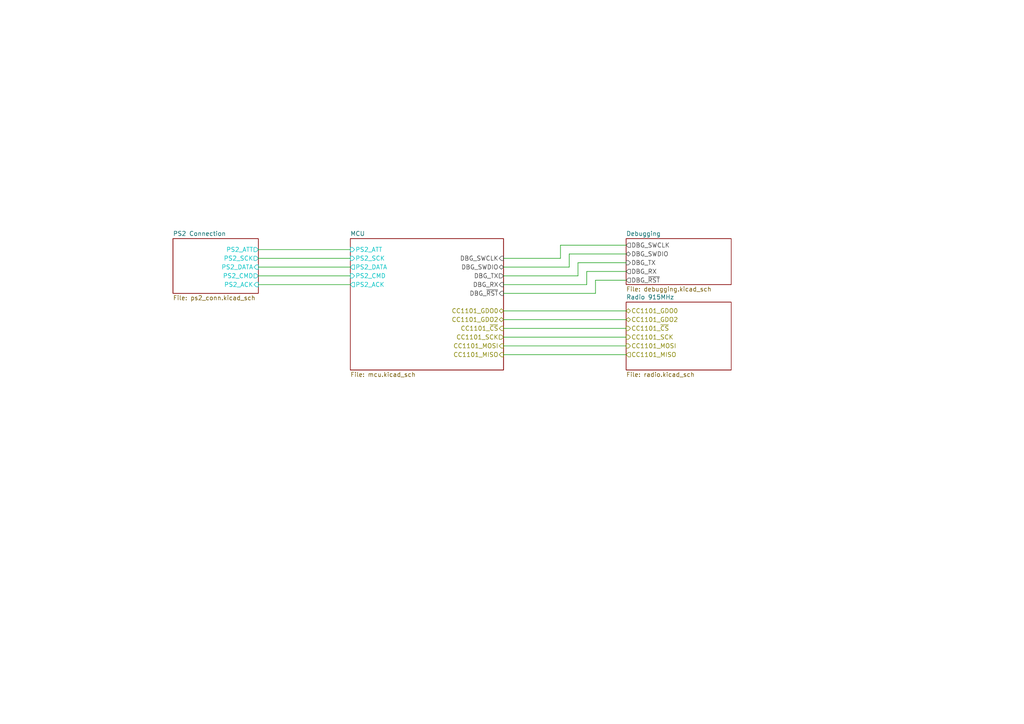
<source format=kicad_sch>
(kicad_sch
	(version 20231120)
	(generator "eeschema")
	(generator_version "8.0")
	(uuid "913f19a9-8bde-4f1b-98e5-ff93dc166c2f")
	(paper "A4")
	(title_block
		(title "Project Antares - Receiver")
		(date "2024-08-22")
		(rev "Rev 1")
		(company "Ouroboros Embedded Education")
		(comment 1 "Pablo Jean Rozario")
	)
	(lib_symbols)
	(wire
		(pts
			(xy 146.05 90.17) (xy 181.61 90.17)
		)
		(stroke
			(width 0)
			(type default)
		)
		(uuid "02372cda-f32b-4f27-907b-50d85e7faeb9")
	)
	(wire
		(pts
			(xy 74.93 82.55) (xy 101.6 82.55)
		)
		(stroke
			(width 0)
			(type default)
		)
		(uuid "129aa8ec-9944-467a-bb98-ab1f34968f5b")
	)
	(wire
		(pts
			(xy 146.05 74.93) (xy 162.56 74.93)
		)
		(stroke
			(width 0)
			(type default)
		)
		(uuid "26ae92ca-dbf6-409c-ac35-6c7624ca270a")
	)
	(wire
		(pts
			(xy 181.61 81.28) (xy 172.72 81.28)
		)
		(stroke
			(width 0)
			(type default)
		)
		(uuid "3acfdb56-4e10-4a32-a925-34117dd1bd70")
	)
	(wire
		(pts
			(xy 146.05 95.25) (xy 181.61 95.25)
		)
		(stroke
			(width 0)
			(type default)
		)
		(uuid "3f1dc229-6b92-436c-8006-e2fef391d95a")
	)
	(wire
		(pts
			(xy 74.93 80.01) (xy 101.6 80.01)
		)
		(stroke
			(width 0)
			(type default)
		)
		(uuid "4a2af507-b14d-43f4-831f-77d374a45f45")
	)
	(wire
		(pts
			(xy 172.72 81.28) (xy 172.72 85.09)
		)
		(stroke
			(width 0)
			(type default)
		)
		(uuid "57866d5a-0780-4f1a-8f6b-2fa2f5ac1db2")
	)
	(wire
		(pts
			(xy 172.72 85.09) (xy 146.05 85.09)
		)
		(stroke
			(width 0)
			(type default)
		)
		(uuid "638af89d-93e6-4824-b583-694dc1812309")
	)
	(wire
		(pts
			(xy 162.56 74.93) (xy 162.56 71.12)
		)
		(stroke
			(width 0)
			(type default)
		)
		(uuid "75055b36-f794-45c7-b8ab-dc11d4f111c7")
	)
	(wire
		(pts
			(xy 165.1 73.66) (xy 165.1 77.47)
		)
		(stroke
			(width 0)
			(type default)
		)
		(uuid "8614d1af-a47d-4987-9466-55e2ec2d3a0e")
	)
	(wire
		(pts
			(xy 74.93 77.47) (xy 101.6 77.47)
		)
		(stroke
			(width 0)
			(type default)
		)
		(uuid "92edf202-6e00-4170-b1ad-9aa6054cba1f")
	)
	(wire
		(pts
			(xy 170.18 82.55) (xy 146.05 82.55)
		)
		(stroke
			(width 0)
			(type default)
		)
		(uuid "951b9e32-8bf6-4d63-a713-4caac2b69078")
	)
	(wire
		(pts
			(xy 146.05 100.33) (xy 181.61 100.33)
		)
		(stroke
			(width 0)
			(type default)
		)
		(uuid "977a6e0b-6603-4ac1-8288-6eb8a815fb58")
	)
	(wire
		(pts
			(xy 146.05 102.87) (xy 181.61 102.87)
		)
		(stroke
			(width 0)
			(type default)
		)
		(uuid "9a1ff0b1-5e64-43f1-bc76-c9649eb26d26")
	)
	(wire
		(pts
			(xy 165.1 77.47) (xy 146.05 77.47)
		)
		(stroke
			(width 0)
			(type default)
		)
		(uuid "a2e532f4-e815-47dd-a6c1-1037d317e876")
	)
	(wire
		(pts
			(xy 167.64 80.01) (xy 167.64 76.2)
		)
		(stroke
			(width 0)
			(type default)
		)
		(uuid "b11f0043-7860-4ff3-aab6-839e0526dd95")
	)
	(wire
		(pts
			(xy 146.05 92.71) (xy 181.61 92.71)
		)
		(stroke
			(width 0)
			(type default)
		)
		(uuid "bf3f36c0-9fde-426f-b55c-5b98cda772a4")
	)
	(wire
		(pts
			(xy 162.56 71.12) (xy 181.61 71.12)
		)
		(stroke
			(width 0)
			(type default)
		)
		(uuid "c37cfb02-764d-499e-afa6-e4c455b95741")
	)
	(wire
		(pts
			(xy 167.64 76.2) (xy 181.61 76.2)
		)
		(stroke
			(width 0)
			(type default)
		)
		(uuid "d2abaf81-8928-4e55-8c5a-e0e9ebc89cde")
	)
	(wire
		(pts
			(xy 74.93 72.39) (xy 101.6 72.39)
		)
		(stroke
			(width 0)
			(type default)
		)
		(uuid "d44ea30d-cb3e-4638-bb2d-0e25fed66bd0")
	)
	(wire
		(pts
			(xy 74.93 74.93) (xy 101.6 74.93)
		)
		(stroke
			(width 0)
			(type default)
		)
		(uuid "df6b2218-9950-4113-b19f-80f64cfdb051")
	)
	(wire
		(pts
			(xy 146.05 97.79) (xy 181.61 97.79)
		)
		(stroke
			(width 0)
			(type default)
		)
		(uuid "e3f5491f-cf8e-4dd3-9207-3af356616d47")
	)
	(wire
		(pts
			(xy 181.61 78.74) (xy 170.18 78.74)
		)
		(stroke
			(width 0)
			(type default)
		)
		(uuid "e7ff546a-5eec-4453-9785-c8e94d78b863")
	)
	(wire
		(pts
			(xy 146.05 80.01) (xy 167.64 80.01)
		)
		(stroke
			(width 0)
			(type default)
		)
		(uuid "f2ec5f66-7750-4adb-8fd5-7b93aff27642")
	)
	(wire
		(pts
			(xy 181.61 73.66) (xy 165.1 73.66)
		)
		(stroke
			(width 0)
			(type default)
		)
		(uuid "f7b2e966-ad3c-4afa-b91e-14d05f343b79")
	)
	(wire
		(pts
			(xy 170.18 78.74) (xy 170.18 82.55)
		)
		(stroke
			(width 0)
			(type default)
		)
		(uuid "fc8ea366-87d4-48c2-896f-c47a3bf18d62")
	)
	(sheet
		(at 181.61 87.63)
		(size 30.48 19.685)
		(fields_autoplaced yes)
		(stroke
			(width 0.1524)
			(type solid)
		)
		(fill
			(color 0 0 0 0.0000)
		)
		(uuid "3dac5b74-5ae0-4a49-abdb-9165c94eab1b")
		(property "Sheetname" "Radio 915MHz"
			(at 181.61 86.9184 0)
			(effects
				(font
					(size 1.27 1.27)
				)
				(justify left bottom)
			)
		)
		(property "Sheetfile" "radio.kicad_sch"
			(at 181.61 107.8996 0)
			(effects
				(font
					(size 1.27 1.27)
				)
				(justify left top)
			)
		)
		(pin "CC1101_~{CS}" input
			(at 181.61 95.25 180)
			(effects
				(font
					(size 1.27 1.27)
					(color 132 132 0 1)
				)
				(justify left)
			)
			(uuid "10aa5ae3-4714-4c0d-ae3d-ec8a99291f79")
		)
		(pin "CC1101_GDO2" bidirectional
			(at 181.61 92.71 180)
			(effects
				(font
					(size 1.27 1.27)
					(color 132 132 0 1)
				)
				(justify left)
			)
			(uuid "54bb6ed6-d725-40d8-97aa-b94d6ef957d6")
		)
		(pin "CC1101_GDO0" bidirectional
			(at 181.61 90.17 180)
			(effects
				(font
					(size 1.27 1.27)
					(color 132 132 0 1)
				)
				(justify left)
			)
			(uuid "9a4858f7-0921-4d5f-9c9a-ba0f9ae06f56")
		)
		(pin "CC1101_MISO" output
			(at 181.61 102.87 180)
			(effects
				(font
					(size 1.27 1.27)
					(color 132 132 0 1)
				)
				(justify left)
			)
			(uuid "a6a9a238-6113-4857-ba2f-262b7e9cf7a3")
		)
		(pin "CC1101_MOSI" input
			(at 181.61 100.33 180)
			(effects
				(font
					(size 1.27 1.27)
					(color 132 132 0 1)
				)
				(justify left)
			)
			(uuid "52eeb04d-47a5-4bfe-85ef-8ab8ab69c777")
		)
		(pin "CC1101_SCK" input
			(at 181.61 97.79 180)
			(effects
				(font
					(size 1.27 1.27)
					(color 132 132 0 1)
				)
				(justify left)
			)
			(uuid "1120af1c-0ee6-490e-ade0-2b3ac3bc5130")
		)
		(instances
			(project "Anteres-Receiver"
				(path "/913f19a9-8bde-4f1b-98e5-ff93dc166c2f"
					(page "4")
				)
			)
		)
	)
	(sheet
		(at 101.6 69.215)
		(size 44.45 38.1)
		(fields_autoplaced yes)
		(stroke
			(width 0.1524)
			(type solid)
		)
		(fill
			(color 0 0 0 0.0000)
		)
		(uuid "9e0f384a-3af8-4b88-80d4-15bc064113ca")
		(property "Sheetname" "MCU"
			(at 101.6 68.5034 0)
			(effects
				(font
					(size 1.27 1.27)
				)
				(justify left bottom)
			)
		)
		(property "Sheetfile" "mcu.kicad_sch"
			(at 101.6 107.8996 0)
			(effects
				(font
					(size 1.27 1.27)
				)
				(justify left top)
			)
		)
		(pin "DBG_SWCLK" input
			(at 146.05 74.93 0)
			(effects
				(font
					(size 1.27 1.27)
					(color 72 72 72 1)
				)
				(justify right)
			)
			(uuid "4910746d-c3f5-474b-9640-2acc8361aa37")
		)
		(pin "DBG_SWDIO" bidirectional
			(at 146.05 77.47 0)
			(effects
				(font
					(size 1.27 1.27)
					(color 72 72 72 1)
				)
				(justify right)
			)
			(uuid "910b3921-7755-4a09-8ed9-66270eb392c6")
		)
		(pin "CC1101_MISO" input
			(at 146.05 102.87 0)
			(effects
				(font
					(size 1.27 1.27)
					(color 132 132 0 1)
				)
				(justify right)
			)
			(uuid "2e4b2fe1-33cb-463b-a9c0-80f718bcbf98")
		)
		(pin "CC1101_MOSI" input
			(at 146.05 100.33 0)
			(effects
				(font
					(size 1.27 1.27)
					(color 132 132 0 1)
				)
				(justify right)
			)
			(uuid "55382315-421e-4fac-89c8-5a9cc2a1f9e1")
		)
		(pin "CC1101_SCK" output
			(at 146.05 97.79 0)
			(effects
				(font
					(size 1.27 1.27)
					(color 132 132 0 1)
				)
				(justify right)
			)
			(uuid "ab920f8d-347c-4c2c-bcb6-d126da6af895")
		)
		(pin "CC1101_~{CS}" input
			(at 146.05 95.25 0)
			(effects
				(font
					(size 1.27 1.27)
					(color 132 132 0 1)
				)
				(justify right)
			)
			(uuid "5d8d92f0-b000-4094-b16a-350ea8fd176e")
		)
		(pin "PS2_DATA" output
			(at 101.6 77.47 180)
			(effects
				(font
					(size 1.27 1.27)
					(color 0 194 194 1)
				)
				(justify left)
			)
			(uuid "b389b7eb-98bf-4354-9416-43c06355e8ab")
		)
		(pin "DBG_RX" input
			(at 146.05 82.55 0)
			(effects
				(font
					(size 1.27 1.27)
					(color 72 72 72 1)
				)
				(justify right)
			)
			(uuid "0844660e-098a-4abf-adb5-0292c64bf461")
		)
		(pin "DBG_TX" output
			(at 146.05 80.01 0)
			(effects
				(font
					(size 1.27 1.27)
					(color 72 72 72 1)
				)
				(justify right)
			)
			(uuid "d8dbd456-1029-4851-9271-19f8f367e07a")
		)
		(pin "PS2_ACK" output
			(at 101.6 82.55 180)
			(effects
				(font
					(size 1.27 1.27)
					(color 0 194 194 1)
				)
				(justify left)
			)
			(uuid "8a3c5d3e-c710-4e87-bea6-3cbd281df199")
		)
		(pin "PS2_CMD" input
			(at 101.6 80.01 180)
			(effects
				(font
					(size 1.27 1.27)
					(color 0 194 194 1)
				)
				(justify left)
			)
			(uuid "7ca9c610-2d69-470b-a3ad-764fab8545e1")
		)
		(pin "PS2_ATT" input
			(at 101.6 72.39 180)
			(effects
				(font
					(size 1.27 1.27)
					(color 0 194 194 1)
				)
				(justify left)
			)
			(uuid "d961cff3-9c9b-42eb-93e7-41b345435e19")
		)
		(pin "PS2_SCK" input
			(at 101.6 74.93 180)
			(effects
				(font
					(size 1.27 1.27)
					(color 0 194 194 1)
				)
				(justify left)
			)
			(uuid "11b44303-df5c-4b7e-8145-7164d506dff0")
		)
		(pin "DBG_~{RST}" input
			(at 146.05 85.09 0)
			(effects
				(font
					(size 1.27 1.27)
					(color 72 72 72 1)
				)
				(justify right)
			)
			(uuid "35226aa2-6aea-42cc-aaf1-c80258e54d88")
		)
		(pin "CC1101_GDO0" bidirectional
			(at 146.05 90.17 0)
			(effects
				(font
					(size 1.27 1.27)
					(color 132 132 0 1)
				)
				(justify right)
			)
			(uuid "0cafa441-fbed-4790-b748-84c3f7157d73")
		)
		(pin "CC1101_GDO2" bidirectional
			(at 146.05 92.71 0)
			(effects
				(font
					(size 1.27 1.27)
					(color 132 132 0 1)
				)
				(justify right)
			)
			(uuid "3c792eb9-52e9-4fd1-a807-058061d8a616")
		)
		(instances
			(project "Anteres-Receiver"
				(path "/913f19a9-8bde-4f1b-98e5-ff93dc166c2f"
					(page "2")
				)
			)
		)
	)
	(sheet
		(at 50.165 69.215)
		(size 24.765 15.875)
		(fields_autoplaced yes)
		(stroke
			(width 0.1524)
			(type solid)
		)
		(fill
			(color 0 0 0 0.0000)
		)
		(uuid "e9fe0128-2257-4c11-a845-bd992ef5ec74")
		(property "Sheetname" "PS2 Connection"
			(at 50.165 68.5034 0)
			(effects
				(font
					(size 1.27 1.27)
				)
				(justify left bottom)
			)
		)
		(property "Sheetfile" "ps2_conn.kicad_sch"
			(at 50.165 85.6746 0)
			(effects
				(font
					(size 1.27 1.27)
				)
				(justify left top)
			)
		)
		(pin "PS2_ATT" output
			(at 74.93 72.39 0)
			(effects
				(font
					(size 1.27 1.27)
					(color 0 194 194 1)
				)
				(justify right)
			)
			(uuid "584f47f9-27a0-4481-8143-2b9f4e36e905")
		)
		(pin "PS2_ACK" input
			(at 74.93 82.55 0)
			(effects
				(font
					(size 1.27 1.27)
					(color 0 194 194 1)
				)
				(justify right)
			)
			(uuid "a57862c1-59d2-4725-8995-4db98deca958")
		)
		(pin "PS2_SCK" output
			(at 74.93 74.93 0)
			(effects
				(font
					(size 1.27 1.27)
					(color 0 194 194 1)
				)
				(justify right)
			)
			(uuid "08a3a2e4-afca-405c-838a-5b34b5d15e90")
		)
		(pin "PS2_DATA" input
			(at 74.93 77.47 0)
			(effects
				(font
					(size 1.27 1.27)
					(color 0 194 194 1)
				)
				(justify right)
			)
			(uuid "7f7191f4-1782-4a07-91e4-dbc7197fc34e")
		)
		(pin "PS2_CMD" output
			(at 74.93 80.01 0)
			(effects
				(font
					(size 1.27 1.27)
					(color 0 194 194 1)
				)
				(justify right)
			)
			(uuid "fa3c3d4a-042f-436a-8a6a-46668bb25f76")
		)
		(instances
			(project "Anteres-Receiver"
				(path "/913f19a9-8bde-4f1b-98e5-ff93dc166c2f"
					(page "3")
				)
			)
		)
	)
	(sheet
		(at 181.61 69.215)
		(size 30.48 13.335)
		(fields_autoplaced yes)
		(stroke
			(width 0.1524)
			(type solid)
		)
		(fill
			(color 0 0 0 0.0000)
		)
		(uuid "ff7d4670-8310-49fa-8ab4-66b40bec6c0f")
		(property "Sheetname" "Debugging"
			(at 181.61 68.5034 0)
			(effects
				(font
					(size 1.27 1.27)
				)
				(justify left bottom)
			)
		)
		(property "Sheetfile" "debugging.kicad_sch"
			(at 181.61 83.1346 0)
			(effects
				(font
					(size 1.27 1.27)
				)
				(justify left top)
			)
		)
		(pin "DBG_RX" output
			(at 181.61 78.74 180)
			(effects
				(font
					(size 1.27 1.27)
					(color 72 72 72 1)
				)
				(justify left)
			)
			(uuid "89117330-9c31-4482-9157-93cad18324b2")
		)
		(pin "DBG_TX" input
			(at 181.61 76.2 180)
			(effects
				(font
					(size 1.27 1.27)
					(color 72 72 72 1)
				)
				(justify left)
			)
			(uuid "5cd8272c-623c-4c26-969b-51359dbb2aa9")
		)
		(pin "DBG_SWCLK" output
			(at 181.61 71.12 180)
			(effects
				(font
					(size 1.27 1.27)
					(color 72 72 72 1)
				)
				(justify left)
			)
			(uuid "81ef0617-fb05-42a8-8cb8-443a8ffff5c6")
		)
		(pin "DBG_~{RST}" output
			(at 181.61 81.28 180)
			(effects
				(font
					(size 1.27 1.27)
					(color 72 72 72 1)
				)
				(justify left)
			)
			(uuid "9c5472a1-15aa-4ba5-b532-1156a8884808")
		)
		(pin "DBG_SWDIO" bidirectional
			(at 181.61 73.66 180)
			(effects
				(font
					(size 1.27 1.27)
					(color 72 72 72 1)
				)
				(justify left)
			)
			(uuid "9947f584-484a-4d9f-ba0a-330047156a2d")
		)
		(instances
			(project "Anteres-Receiver"
				(path "/913f19a9-8bde-4f1b-98e5-ff93dc166c2f"
					(page "5")
				)
			)
		)
	)
	(sheet_instances
		(path "/"
			(page "1")
		)
	)
)

</source>
